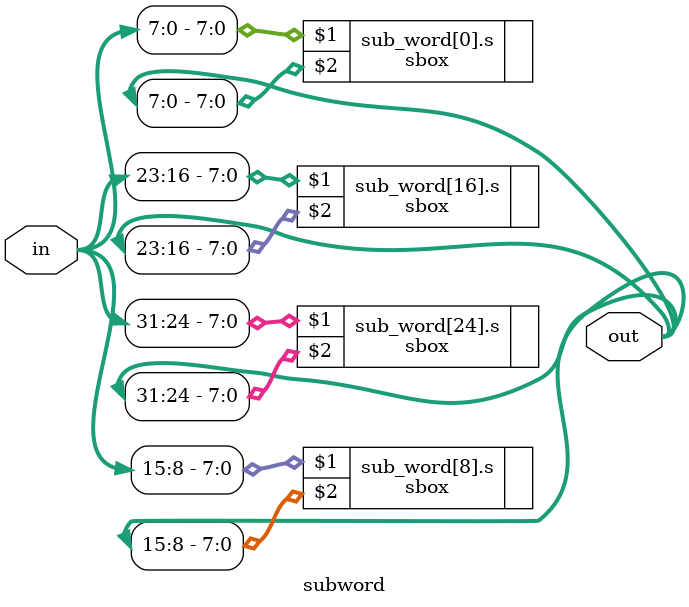
<source format=v>
module subword(in,out);
input [31:0] in;
output [31:0]out;

/* cannot instantiate instances inisde initial block. */

genvar i;

generate
		for (i = 0 ; i < 32; i = i+8) begin : sub_word
					sbox s (in[i +:8] , out[i +:8]);
		end
endgenerate

endmodule
</source>
